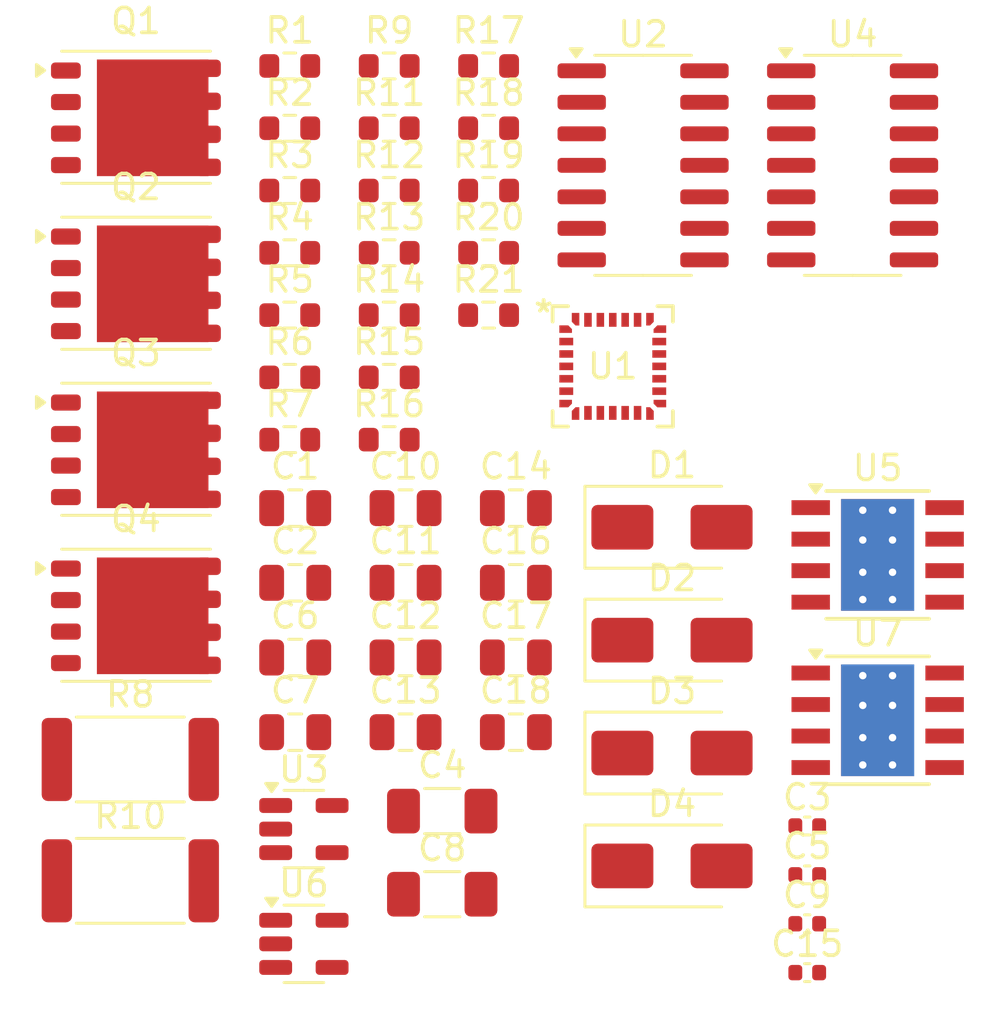
<source format=kicad_pcb>
(kicad_pcb (version 20240108) (generator "pcbnew") (generator_version "8.0")
  (layers (0 "F.Cu" signal) (31 "B.Cu" signal) (34 "B.Paste" user) (35 "F.Paste" user) (36 "B.SilkS" user "B.Silkscreen") (37 "F.SilkS" user "F.Silkscreen") (38 "B.Mask" user) (39 "F.Mask" user) (44 "Edge.Cuts" user))
  (net 0 "")
  (net 1 "GND")
  (net 2 "+3V3")
  (net 3 "+BATT")
  (net 4 "+5V")
  (net 5 "Net-(D1-K)")
  (net 6 "Net-(U5-BOOT)")
  (net 7 "Net-(U7-BOOT)")
  (net 8 "Net-(D2-K)")
  (net 9 "+9V")
  (net 10 "Net-(U1-PF2-NRST)")
  (net 11 "Net-(D3-K)")
  (net 12 "M1+")
  (net 13 "Net-(D4-K)")
  (net 14 "M1-")
  (net 15 "Net-(D1-A)")
  (net 16 "Net-(D2-A)")
  (net 17 "Net-(Q1-G)")
  (net 18 "Net-(Q2-G)")
  (net 19 "GNDA")
  (net 20 "Net-(Q3-G)")
  (net 21 "Net-(Q4-G)")
  (net 22 "Net-(U2-HO)")
  (net 23 "Net-(U2-LO)")
  (net 24 "Net-(U2-DT)")
  (net 27 "Net-(R11-Pad1)")
  (net 28 "Net-(U3--)")
  (net 29 "Net-(U4-HO)")
  (net 30 "Net-(U4-LO)")
  (net 31 "Net-(U4-DT)")
  (net 33 "/+HIN")
  (net 36 "/SWDIO")
  (net 42 "/SWCLK")
  (net 44 "/+LIN")
  (net 48 "/-HIN")
  (net 50 "/USART1_RX")
  (net 51 "/-LIN")
  (net 56 "/USART1_TX")
  (net 57 "Net-(U5-VSENSE)")
  (net 58 "Net-(U7-VSENSE)")
  (footprint "STM32G071:UFQFPN-28" (layer "F.Cu") (at 141.1769 68.9669)
    (property "Reference" "U1" (at 0 0 0) (layer "F.SilkS"))
    (property "Value" "STM32G071GBU6")
    (fp_poly (pts (xy -2.154 -1.6524) (xy -2.154 -1.3476) (xy -1.646 -1.3476) (xy -1.646 -1.5024) (xy -1.796 -1.6524)) (fill solid) (layer "F.Cu"))
    (fp_poly (pts (xy -2.154 1.6524) (xy -2.154 1.3476) (xy -1.646 1.3476) (xy -1.646 1.5024) (xy -1.796 1.6524)) (fill solid) (layer "F.Cu"))
    (fp_poly (pts (xy -1.6524 -2.154) (xy -1.3476 -2.154) (xy -1.3476 -1.646) (xy -1.5024 -1.646) (xy -1.6524 -1.796)) (fill solid) (layer "F.Cu"))
    (fp_poly (pts (xy -1.6524 2.154) (xy -1.3476 2.154) (xy -1.3476 1.646) (xy -1.5024 1.646) (xy -1.6524 1.796)) (fill solid) (layer "F.Cu"))
    (fp_poly (pts (xy 1.6524 -2.154) (xy 1.3476 -2.154) (xy 1.3476 -1.646) (xy 1.5024 -1.646) (xy 1.6524 -1.796)) (fill solid) (layer "F.Cu"))
    (fp_poly (pts (xy 1.6524 2.154) (xy 1.3476 2.154) (xy 1.3476 1.646) (xy 1.5024 1.646) (xy 1.6524 1.796)) (fill solid) (layer "F.Cu"))
    (fp_poly (pts (xy 2.154 -1.6524) (xy 2.154 -1.3476) (xy 1.646 -1.3476) (xy 1.646 -1.5024) (xy 1.796 -1.6524)) (fill solid) (layer "F.Cu"))
    (fp_poly (pts (xy 2.154 1.6524) (xy 2.154 1.3476) (xy 1.646 1.3476) (xy 1.646 1.5024) (xy 1.796 1.6524)) (fill solid) (layer "F.Cu"))
    (fp_line (start -2.4257 -2.4257) (end -2.4257 -1.803015) (stroke (width 0.1524)) (layer "F.SilkS"))
    (fp_line (start -2.4257 1.803015) (end -2.4257 2.4257) (stroke (width 0.1524)) (layer "F.SilkS"))
    (fp_line (start -2.4257 2.4257) (end -1.803015 2.4257) (stroke (width 0.1524)) (layer "F.SilkS"))
    (fp_line (start -1.803015 -2.4257) (end -2.4257 -2.4257) (stroke (width 0.1524)) (layer "F.SilkS"))
    (fp_line (start 1.803015 2.4257) (end 2.4257 2.4257) (stroke (width 0.1524)) (layer "F.SilkS"))
    (fp_line (start 2.4257 -2.4257) (end 1.803015 -2.4257) (stroke (width 0.1524)) (layer "F.SilkS"))
    (fp_line (start 2.4257 -1.803015) (end 2.4257 -2.4257) (stroke (width 0.1524)) (layer "F.SilkS"))
    (fp_line (start 2.4257 2.4257) (end 2.4257 1.803015) (stroke (width 0.1524)) (layer "F.SilkS"))
    (fp_text user "*" (at -2.7894 -2.131 0) (layer "F.SilkS"))
    (fp_text user "*" (at -2.7894 -2.131 0) (layer "F.SilkS"))
    (pad "1" smd rect (at -1.9 -1.5 90) (size 0.127 0.127) (layers "F.Cu" "F.Paste" "F.Mask"))
    (pad "2" smd rect (at -1.875 -1.000001 90) (size 0.3048 0.5588) (layers "F.Cu" "F.Paste" "F.Mask"))
    (pad "3" smd rect (at -1.875 -0.499999 90) (size 0.3048 0.5588) (layers "F.Cu" "F.Paste" "F.Mask") (net 2 "+3V3"))
    (pad "4" smd rect (at -1.875 0 90) (size 0.3048 0.5588) (layers "F.Cu" "F.Paste" "F.Mask") (net 1 "GND"))
    (pad "5" smd rect (at -1.875 0.499999 90) (size 0.3048 0.5588) (layers "F.Cu" "F.Paste" "F.Mask") (net 10 "Net-(U1-PF2-NRST)"))
    (pad "6" smd rect (at -1.875 1.000001 90) (size 0.3048 0.5588) (layers "F.Cu" "F.Paste" "F.Mask"))
    (pad "7" smd rect (at -1.9 1.5 90) (size 0.127 0.127) (layers "F.Cu" "F.Paste" "F.Mask"))
    (pad "8" smd rect (at -1.5 1.9) (size 0.127 0.127) (layers "F.Cu" "F.Paste" "F.Mask"))
    (pad "9" smd rect (at -1.000001 1.875) (size 0.3048 0.5588) (layers "F.Cu" "F.Paste" "F.Mask"))
    (pad "10" smd rect (at -0.499999 1.875) (size 0.3048 0.5588) (layers "F.Cu" "F.Paste" "F.Mask"))
    (pad "11" smd rect (at 0 1.875) (size 0.3048 0.5588) (layers "F.Cu" "F.Paste" "F.Mask"))
    (pad "12" smd rect (at 0.499999 1.875) (size 0.3048 0.5588) (layers "F.Cu" "F.Paste" "F.Mask"))
    (pad "13" smd rect (at 1.000001 1.875) (size 0.3048 0.5588) (layers "F.Cu" "F.Paste" "F.Mask") (net 48 "/-HIN"))
    (pad "14" smd rect (at 1.5 1.9) (size 0.127 0.127) (layers "F.Cu" "F.Paste" "F.Mask") (net 33 "/+HIN"))
    (pad "15" smd rect (at 1.9 1.5 90) (size 0.127 0.127) (layers "F.Cu" "F.Paste" "F.Mask"))
    (pad "16" smd rect (at 1.875 1.000001 90) (size 0.3048 0.5588) (layers "F.Cu" "F.Paste" "F.Mask") (net 51 "/-LIN"))
    (pad "17" smd rect (at 1.875 0.499999 90) (size 0.3048 0.5588) (layers "F.Cu" "F.Paste" "F.Mask"))
    (pad "18" smd rect (at 1.875 0 90) (size 0.3048 0.5588) (layers "F.Cu" "F.Paste" "F.Mask"))
    (pad "19" smd rect (at 1.875 -0.499999 90) (size 0.3048 0.5588) (layers "F.Cu" "F.Paste" "F.Mask"))
    (pad "20" smd rect (at 1.875 -1.000001 90) (size 0.3048 0.5588) (layers "F.Cu" "F.Paste" "F.Mask") (net 36 "/SWDIO"))
    (pad "21" smd rect (at 1.9 -1.5 90) (size 0.127 0.127) (layers "F.Cu" "F.Paste" "F.Mask") (net 42 "/SWCLK"))
    (pad "22" smd rect (at 1.5 -1.9) (size 0.127 0.127) (layers "F.Cu" "F.Paste" "F.Mask"))
    (pad "23" smd rect (at 1.000001 -1.875) (size 0.3048 0.5588) (layers "F.Cu" "F.Paste" "F.Mask") (net 44 "/+LIN"))
    (pad "24" smd rect (at 0.499999 -1.875) (size 0.3048 0.5588) (layers "F.Cu" "F.Paste" "F.Mask"))
    (pad "25" smd rect (at 0 -1.875) (size 0.3048 0.5588) (layers "F.Cu" "F.Paste" "F.Mask"))
    (pad "26" smd rect (at -0.499999 -1.875) (size 0.3048 0.5588) (layers "F.Cu" "F.Paste" "F.Mask") (net 56 "/USART1_TX"))
    (pad "27" smd rect (at -1.000001 -1.875) (size 0.3048 0.5588) (layers "F.Cu" "F.Paste" "F.Mask") (net 50 "/USART1_RX"))
    (pad "28" smd rect (at -1.5 -1.9) (size 0.127 0.127) (layers "F.Cu" "F.Paste" "F.Mask"))
  )
  (footprint "Package_SON:Infineon_PG-TDSON-8_6.15x5.15mm" (layer "F.Cu") (at 121.946827 58.95)
    (property "Reference" "Q1" (at 0 -3.9 0) (layer "F.SilkS"))
    (property "Value" "CSD18540Q5B")
    (fp_line (start 3.005 -2.685) (end -2.995 -2.685) (stroke (width 0.12)) (layer "F.SilkS"))
    (fp_line (start 3.005 2.64) (end -2.995 2.64) (stroke (width 0.12)) (layer "F.SilkS"))
    (fp_poly (pts (xy -3.681827 -1.91) (xy -4.011827 -1.67) (xy -4.011827 -2.15) (xy -3.681827 -1.91)) (stroke (width 0.12)) (fill solid) (layer "F.SilkS"))
    (pad "1" smd roundrect (at -2.825 -1.905) (size 1.2 0.65) (layers "F.Cu" "F.Paste" "F.Mask") (net 12 "M1+"))
    (pad "2" smd roundrect (at -2.825 -0.635) (size 1.2 0.65) (layers "F.Cu" "F.Paste" "F.Mask") (net 12 "M1+"))
    (pad "3" smd roundrect (at -2.825 0.635) (size 1.2 0.65) (layers "F.Cu" "F.Paste" "F.Mask") (net 12 "M1+"))
    (pad "4" smd roundrect (at -2.825 1.905) (size 1.2 0.65) (layers "F.Cu" "F.Paste" "F.Mask") (net 17 "Net-(Q1-G)"))
    (pad "5" smd rect (at 0.675 0) (size 4.5 4.7) (layers "F.Cu" "F.Mask") (net 3 "+BATT"))
    (pad "5" smd roundrect (at 2.925 -1.995) (size 1 0.7) (layers "F.Cu" "F.Paste" "F.Mask") (net 3 "+BATT"))
    (pad "5" smd roundrect (at 2.925 -0.665) (size 1 0.7) (layers "F.Cu" "F.Paste" "F.Mask") (net 3 "+BATT"))
    (pad "5" smd roundrect (at 2.925 0.665) (size 1 0.7) (layers "F.Cu" "F.Paste" "F.Mask") (net 3 "+BATT"))
    (pad "5" smd roundrect (at 2.925 1.995) (size 1 0.7) (layers "F.Cu" "F.Paste" "F.Mask") (net 3 "+BATT"))
  )
  (footprint "Resistor_SMD:R_0603_1608Metric" (layer "F.Cu") (at 136.17 56.86)
    (property "Reference" "R17" (at 0 -1.43 0) (layer "F.SilkS"))
    (property "Value" "10k")
    (fp_line (start -0.237258 -0.5225) (end 0.237258 -0.5225) (stroke (width 0.12)) (layer "F.SilkS"))
    (fp_line (start -0.237258 0.5225) (end 0.237258 0.5225) (stroke (width 0.12)) (layer "F.SilkS"))
    (pad "1" smd roundrect (at -0.825 0) (size 0.8 0.95) (layers "F.Cu" "F.Paste" "F.Mask") (net 9 "+9V"))
    (pad "2" smd roundrect (at 0.825 0) (size 0.8 0.95) (layers "F.Cu" "F.Paste" "F.Mask") (net 57 "Net-(U5-VSENSE)"))
  )
  (footprint "Diode_SMD:D_SMA" (layer "F.Cu") (at 143.565 84.55)
    (property "Reference" "D3" (at 0 -2.5 0) (layer "F.SilkS"))
    (property "Value" "SS34")
    (fp_line (start -3.51 -1.65) (end -3.51 1.65) (stroke (width 0.12)) (layer "F.SilkS"))
    (fp_line (start -3.51 -1.65) (end 2 -1.65) (stroke (width 0.12)) (layer "F.SilkS"))
    (fp_line (start -3.51 1.65) (end 2 1.65) (stroke (width 0.12)) (layer "F.SilkS"))
    (pad "1" smd roundrect (at -2 0) (size 2.5 1.8) (layers "F.Cu" "F.Paste" "F.Mask") (roundrect_rratio 0.1388888889) (net 11 "Net-(D3-K)"))
    (pad "2" smd roundrect (at 2 0) (size 2.5 1.8) (layers "F.Cu" "F.Paste" "F.Mask") (roundrect_rratio 0.1388888889) (net 1 "GND"))
  )
  (footprint "Resistor_SMD:R_0603_1608Metric" (layer "F.Cu") (at 136.17 61.88)
    (property "Reference" "R19" (at 0 -1.43 0) (layer "F.SilkS"))
    (property "Value" "1.5k")
    (fp_line (start -0.237258 -0.5225) (end 0.237258 -0.5225) (stroke (width 0.12)) (layer "F.SilkS"))
    (fp_line (start -0.237258 0.5225) (end 0.237258 0.5225) (stroke (width 0.12)) (layer "F.SilkS"))
    (pad "1" smd roundrect (at -0.825 0) (size 0.8 0.95) (layers "F.Cu" "F.Paste" "F.Mask") (net 57 "Net-(U5-VSENSE)"))
    (pad "2" smd roundrect (at 0.825 0) (size 0.8 0.95) (layers "F.Cu" "F.Paste" "F.Mask") (net 1 "GND"))
  )
  (footprint "Capacitor_SMD:C_0805_2012Metric" (layer "F.Cu") (at 137.27 74.68)
    (property "Reference" "C14" (at 0 -1.68 0) (layer "F.SilkS"))
    (property "Value" "22uf")
    (fp_line (start -0.261252 -0.735) (end 0.261252 -0.735) (stroke (width 0.12)) (layer "F.SilkS"))
    (fp_line (start -0.261252 0.735) (end 0.261252 0.735) (stroke (width 0.12)) (layer "F.SilkS"))
    (pad "1" smd roundrect (at -0.95 0) (size 1 1.45) (layers "F.Cu" "F.Paste" "F.Mask") (net 1 "GND"))
    (pad "2" smd roundrect (at 0.95 0) (size 1 1.45) (layers "F.Cu" "F.Paste" "F.Mask") (net 2 "+3V3"))
  )
  (footprint "Resistor_SMD:R_2512_6332Metric" (layer "F.Cu") (at 121.72 89.7)
    (property "Reference" "R10" (at 0 -2.62 0) (layer "F.SilkS"))
    (property "Value" "2m")
    (fp_line (start -2.177064 -1.71) (end 2.177064 -1.71) (stroke (width 0.12)) (layer "F.SilkS"))
    (fp_line (start -2.177064 1.71) (end 2.177064 1.71) (stroke (width 0.12)) (layer "F.SilkS"))
    (pad "1" smd roundrect (at -2.9625 0) (size 1.225 3.35) (layers "F.Cu" "F.Paste" "F.Mask") (roundrect_rratio 0.204082) (net 19 "GNDA"))
    (pad "2" smd roundrect (at 2.9625 0) (size 1.225 3.35) (layers "F.Cu" "F.Paste" "F.Mask") (roundrect_rratio 0.204082))
  )
  (footprint "Package_SO:TI_SO-PowerPAD-8_ThermalVias" (layer "F.Cu") (at 151.86 83.23)
    (property "Reference" "U7" (at 0 -3.5 0) (layer "F.SilkS"))
    (property "Value" "TPS5430DDA")
    (fp_line (start -2.075 -2.575) (end 2.075 -2.575) (stroke (width 0.15)) (layer "F.SilkS"))
    (fp_line (start -2.075 2.575) (end 2.075 2.575) (stroke (width 0.15)) (layer "F.SilkS"))
    (fp_poly (pts (xy -2.5 -2.5) (xy -2.74 -2.83) (xy -2.26 -2.83) (xy -2.5 -2.5)) (stroke (width 0.12)) (fill solid) (layer "F.SilkS"))
    (pad "1" smd rect (at -2.7 -1.905) (size 1.55 0.6) (layers "F.Cu" "F.Paste" "F.Mask") (net 7 "Net-(U7-BOOT)"))
    (pad "2" smd rect (at -2.7 -0.635) (size 1.55 0.6) (layers "F.Cu" "F.Paste" "F.Mask"))
    (pad "3" smd rect (at -2.7 0.635) (size 1.55 0.6) (layers "F.Cu" "F.Paste" "F.Mask"))
    (pad "4" smd rect (at -2.7 1.905) (size 1.55 0.6) (layers "F.Cu" "F.Paste" "F.Mask") (net 58 "Net-(U7-VSENSE)"))
    (pad "5" smd rect (at 2.7 1.905) (size 1.55 0.6) (layers "F.Cu" "F.Paste" "F.Mask"))
    (pad "6" smd rect (at 2.7 0.635) (size 1.55 0.6) (layers "F.Cu" "F.Paste" "F.Mask") (net 1 "GND"))
    (pad "7" smd rect (at 2.7 -0.635) (size 1.55 0.6) (layers "F.Cu" "F.Paste" "F.Mask") (net 3 "+BATT"))
    (pad "8" smd rect (at 2.7 -1.905) (size 1.55 0.6) (layers "F.Cu" "F.Paste" "F.Mask") (net 13 "Net-(D4-K)"))
    (pad "9" thru_hole circle (at -0.6 -1.8) (size 0.6 0.6) (drill 0.3) (layers "*.Cu") (net 1 "GND"))
    (pad "9" thru_hole circle (at -0.6 -0.6) (size 0.6 0.6) (drill 0.3) (layers "*.Cu") (net 1 "GND"))
    (pad "9" thru_hole circle (at -0.6 0.7) (size 0.6 0.6) (drill 0.3) (layers "*.Cu") (net 1 "GND"))
    (pad "9" thru_hole circle (at -0.6 1.8) (size 0.6 0.6) (drill 0.3) (layers "*.Cu") (net 1 "GND"))
    (pad "9" smd rect (at 0 0) (size 2.6 3.1) (layers "F.Cu" "F.Paste" "F.Mask") (net 1 "GND"))
    (pad "9" smd rect (at 0 0) (size 2.95 4.5) (layers "F.Cu") (net 1 "GND"))
    (pad "9" smd rect (at 0 0) (size 2.95 4.5) (layers "B.Cu") (net 1 "GND"))
    (pad "9" thru_hole circle (at 0.6 -1.8) (size 0.6 0.6) (drill 0.3) (layers "*.Cu") (net 1 "GND"))
    (pad "9" thru_hole circle (at 0.6 -0.6) (size 0.6 0.6) (drill 0.3) (layers "*.Cu") (net 1 "GND"))
    (pad "9" thru_hole circle (at 0.6 0.7) (size 0.6 0.6) (drill 0.3) (layers "*.Cu") (net 1 "GND"))
    (pad "9" thru_hole circle (at 0.6 1.8) (size 0.6 0.6) (drill 0.3) (layers "*.Cu") (net 1 "GND"))
  )
  (footprint "Capacitor_SMD:C_0805_2012Metric" (layer "F.Cu") (at 137.27 77.69)
    (property "Reference" "C16" (at 0 -1.68 0) (layer "F.SilkS"))
    (property "Value" "22uf")
    (fp_line (start -0.261252 -0.735) (end 0.261252 -0.735) (stroke (width 0.12)) (layer "F.SilkS"))
    (fp_line (start -0.261252 0.735) (end 0.261252 0.735) (stroke (width 0.12)) (layer "F.SilkS"))
    (pad "1" smd roundrect (at -0.95 0) (size 1 1.45) (layers "F.Cu" "F.Paste" "F.Mask") (net 1 "GND"))
    (pad "2" smd roundrect (at 0.95 0) (size 1 1.45) (layers "F.Cu" "F.Paste" "F.Mask") (net 4 "+5V"))
  )
  (footprint "Diode_SMD:D_SMA" (layer "F.Cu") (at 143.565 75.45)
    (property "Reference" "D1" (at 0 -2.5 0) (layer "F.SilkS"))
    (property "Value" "SS34")
    (fp_line (start -3.51 -1.65) (end -3.51 1.65) (stroke (width 0.12)) (layer "F.SilkS"))
    (fp_line (start -3.51 -1.65) (end 2 -1.65) (stroke (width 0.12)) (layer "F.SilkS"))
    (fp_line (start -3.51 1.65) (end 2 1.65) (stroke (width 0.12)) (layer "F.SilkS"))
    (pad "1" smd roundrect (at -2 0) (size 2.5 1.8) (layers "F.Cu" "F.Paste" "F.Mask") (roundrect_rratio 0.1388888889) (net 5 "Net-(D1-K)"))
    (pad "2" smd roundrect (at 2 0) (size 2.5 1.8) (layers "F.Cu" "F.Paste" "F.Mask") (roundrect_rratio 0.1388888889) (net 15 "Net-(D1-A)"))
  )
  (footprint "Package_SO:TI_SO-PowerPAD-8_ThermalVias" (layer "F.Cu") (at 151.86 76.565)
    (property "Reference" "U5" (at 0 -3.5 0) (layer "F.SilkS"))
    (property "Value" "TPS5430DDA")
    (fp_line (start -2.075 -2.575) (end 2.075 -2.575) (stroke (width 0.15)) (layer "F.SilkS"))
    (fp_line (start -2.075 2.575) (end 2.075 2.575) (stroke (width 0.15)) (layer "F.SilkS"))
    (fp_poly (pts (xy -2.5 -2.5) (xy -2.74 -2.83) (xy -2.26 -2.83) (xy -2.5 -2.5)) (stroke (width 0.12)) (fill solid) (layer "F.SilkS"))
    (pad "1" smd rect (at -2.7 -1.905) (size 1.55 0.6) (layers "F.Cu" "F.Paste" "F.Mask") (net 6 "Net-(U5-BOOT)"))
    (pad "2" smd rect (at -2.7 -0.635) (size 1.55 0.6) (layers "F.Cu" "F.Paste" "F.Mask"))
    (pad "3" smd rect (at -2.7 0.635) (size 1.55 0.6) (layers "F.Cu" "F.Paste" "F.Mask"))
    (pad "4" smd rect (at -2.7 1.905) (size 1.55 0.6) (layers "F.Cu" "F.Paste" "F.Mask") (net 57 "Net-(U5-VSENSE)"))
    (pad "5" smd rect (at 2.7 1.905) (size 1.55 0.6) (layers "F.Cu" "F.Paste" "F.Mask"))
    (pad "6" smd rect (at 2.7 0.635) (size 1.55 0.6) (layers "F.Cu" "F.Paste" "F.Mask") (net 1 "GND"))
    (pad "7" smd rect (at 2.7 -0.635) (size 1.55 0.6) (layers "F.Cu" "F.Paste" "F.Mask") (net 3 "+BATT"))
    (pad "8" smd rect (at 2.7 -1.905) (size 1.55 0.6) (layers "F.Cu" "F.Paste" "F.Mask") (net 11 "Net-(D3-K)"))
    (pad "9" thru_hole circle (at -0.6 -1.8) (size 0.6 0.6) (drill 0.3) (layers "*.Cu") (net 1 "GND"))
    (pad "9" thru_hole circle (at -0.6 -0.6) (size 0.6 0.6) (drill 0.3) (layers "*.Cu") (net 1 "GND"))
    (pad "9" thru_hole circle (at -0.6 0.7) (size 0.6 0.6) (drill 0.3) (layers "*.Cu") (net 1 "GND"))
    (pad "9" thru_hole circle (at -0.6 1.8) (size 0.6 0.6) (drill 0.3) (layers "*.Cu") (net 1 "GND"))
    (pad "9" smd rect (at 0 0) (size 2.6 3.1) (layers "F.Cu" "F.Paste" "F.Mask") (net 1 "GND"))
    (pad "9" smd rect (at 0 0) (size 2.95 4.5) (layers "F.Cu") (net 1 "GND"))
    (pad "9" smd rect (at 0 0) (size 2.95 4.5) (layers "B.Cu") (net 1 "GND"))
    (pad "9" thru_hole circle (at 0.6 -1.8) (size 0.6 0.6) (drill 0.3) (layers "*.Cu") (net 1 "GND"))
    (pad "9" thru_hole circle (at 0.6 -0.6) (size 0.6 0.6) (drill 0.3) (layers "*.Cu") (net 1 "GND"))
    (pad "9" thru_hole circle (at 0.6 0.7) (size 0.6 0.6) (drill 0.3) (layers "*.Cu") (net 1 "GND"))
    (pad "9" thru_hole circle (at 0.6 1.8) (size 0.6 0.6) (drill 0.3) (layers "*.Cu") (net 1 "GND"))
  )
  (footprint "Resistor_SMD:R_0603_1608Metric" (layer "F.Cu") (at 136.17 59.37)
    (property "Reference" "R18" (at 0 -1.43 0) (layer "F.SilkS"))
    (property "Value" "10k")
    (fp_line (start -0.237258 -0.5225) (end 0.237258 -0.5225) (stroke (width 0.12)) (layer "F.SilkS"))
    (fp_line (start -0.237258 0.5225) (end 0.237258 0.5225) (stroke (width 0.12)) (layer "F.SilkS"))
    (pad "1" smd roundrect (at -0.825 0) (size 0.8 0.95) (layers "F.Cu" "F.Paste" "F.Mask") (net 21 "Net-(Q4-G)"))
    (pad "2" smd roundrect (at 0.825 0) (size 0.8 0.95) (layers "F.Cu" "F.Paste" "F.Mask") (net 19 "GNDA"))
  )
  (footprint "Diode_SMD:D_SMA" (layer "F.Cu") (at 143.565 80)
    (property "Reference" "D2" (at 0 -2.5 0) (layer "F.SilkS"))
    (property "Value" "SS34")
    (fp_line (start -3.51 -1.65) (end -3.51 1.65) (stroke (width 0.12)) (layer "F.SilkS"))
    (fp_line (start -3.51 -1.65) (end 2 -1.65) (stroke (width 0.12)) (layer "F.SilkS"))
    (fp_line (start -3.51 1.65) (end 2 1.65) (stroke (width 0.12)) (layer "F.SilkS"))
    (pad "1" smd roundrect (at -2 0) (size 2.5 1.8) (layers "F.Cu" "F.Paste" "F.Mask") (roundrect_rratio 0.1388888889) (net 8 "Net-(D2-K)"))
    (pad "2" smd roundrect (at 2 0) (size 2.5 1.8) (layers "F.Cu" "F.Paste" "F.Mask") (roundrect_rratio 0.1388888889) (net 16 "Net-(D2-A)"))
  )
  (footprint "Capacitor_SMD:C_1206_3216Metric_Pad1.33x1.80mm_HandSolder" (layer "F.Cu") (at 134.3 86.89)
    (property "Reference" "C4" (at 0 -1.85 0) (layer "F.SilkS"))
    (property "Value" "C")
    (fp_line (start -0.711252 -0.91) (end 0.711252 -0.91) (stroke (width 0.12)) (layer "F.SilkS"))
    (fp_line (start -0.711252 0.91) (end 0.711252 0.91) (stroke (width 0.12)) (layer "F.SilkS"))
    (pad "1" smd roundrect (at -1.5625 0) (size 1.325 1.8) (layers "F.Cu" "F.Paste" "F.Mask") (roundrect_rratio 0.188679) (net 5 "Net-(D1-K)"))
    (pad "2" smd roundrect (at 1.5625 0) (size 1.325 1.8) (layers "F.Cu" "F.Paste" "F.Mask") (roundrect_rratio 0.188679) (net 12 "M1+"))
  )
  (footprint "Package_SO:SOIC-14_3.9x8.7mm_P1.27mm" (layer "F.Cu") (at 142.4 60.865)
    (property "Reference" "U2" (at 0 -5.28 0) (layer "F.SilkS"))
    (property "Value" "~")
    (fp_line (start 0 -4.435) (end -1.95 -4.435) (stroke (width 0.12)) (layer "F.SilkS"))
    (fp_line (start 0 -4.435) (end 1.95 -4.435) (stroke (width 0.12)) (layer "F.SilkS"))
    (fp_line (start 0 4.435) (end -1.95 4.435) (stroke (width 0.12)) (layer "F.SilkS"))
    (fp_line (start 0 4.435) (end 1.95 4.435) (stroke (width 0.12)) (layer "F.SilkS"))
    (fp_poly (pts (xy -2.7 -4.37) (xy -2.94 -4.7) (xy -2.46 -4.7) (xy -2.7 -4.37)) (stroke (width 0.12)) (fill solid) (layer "F.SilkS"))
    (pad "1" smd roundrect (at -2.475 -3.81) (size 1.95 0.6) (layers "F.Cu" "F.Paste" "F.Mask") (net 33 "/+HIN"))
    (pad "2" smd roundrect (at -2.475 -2.54) (size 1.95 0.6) (layers "F.Cu" "F.Paste" "F.Mask") (net 44 "/+LIN"))
    (pad "3" smd roundrect (at -2.475 -1.27) (size 1.95 0.6) (layers "F.Cu" "F.Paste" "F.Mask") (net 1 "GND"))
    (pad "4" smd roundrect (at -2.475 0) (size 1.95 0.6) (layers "F.Cu" "F.Paste" "F.Mask") (net 24 "Net-(U2-DT)"))
    (pad "5" smd roundrect (at -2.475 1.27) (size 1.95 0.6) (layers "F.Cu" "F.Paste" "F.Mask") (net 19 "GNDA"))
    (pad "6" smd roundrect (at -2.475 2.54) (size 1.95 0.6) (layers "F.Cu" "F.Paste" "F.Mask") (net 23 "Net-(U2-LO)"))
    (pad "7" smd roundrect (at -2.475 3.81) (size 1.95 0.6) (layers "F.Cu" "F.Paste" "F.Mask") (net 9 "+9V"))
    (pad "8" smd roundrect (at 2.475 3.81) (size 1.95 0.6) (layers "F.Cu" "F.Paste" "F.Mask"))
    (pad "9" smd roundrect (at 2.475 2.54) (size 1.95 0.6) (layers "F.Cu" "F.Paste" "F.Mask"))
    (pad "10" smd roundrect (at 2.475 1.27) (size 1.95 0.6) (layers "F.Cu" "F.Paste" "F.Mask"))
    (pad "11" smd roundrect (at 2.475 0) (size 1.95 0.6) (layers "F.Cu" "F.Paste" "F.Mask") (net 12 "M1+"))
    (pad "12" smd roundrect (at 2.475 -1.27) (size 1.95 0.6) (layers "F.Cu" "F.Paste" "F.Mask") (net 22 "Net-(U2-HO)"))
    (pad "13" smd roundrect (at 2.475 -2.54) (size 1.95 0.6) (layers "F.Cu" "F.Paste" "F.Mask") (net 5 "Net-(D1-K)"))
    (pad "14" smd roundrect (at 2.475 -3.81) (size 1.95 0.6) (layers "F.Cu" "F.Paste" "F.Mask"))
  )
  (footprint "Package_SON:Infineon_PG-TDSON-8_6.15x5.15mm" (layer "F.Cu") (at 121.946827 65.64)
    (property "Reference" "Q2" (at 0 -3.9 0) (layer "F.SilkS"))
    (property "Value" "CSD18540Q5B")
    (fp_line (start 3.005 -2.685) (end -2.995 -2.685) (stroke (width 0.12)) (layer "F.SilkS"))
    (fp_line (start 3.005 2.64) (end -2.995 2.64) (stroke (width 0.12)) (layer "F.SilkS"))
    (fp_poly (pts (xy -3.681827 -1.91) (xy -4.011827 -1.67) (xy -4.011827 -2.15) (xy -3.681827 -1.91)) (stroke (width 0.12)) (fill solid) (layer "F.SilkS"))
    (pad "1" smd roundrect (at -2.825 -1.905) (size 1.2 0.65) (layers "F.Cu" "F.Paste" "F.Mask") (net 19 "GNDA"))
    (pad "2" smd roundrect (at -2.825 -0.635) (size 1.2 0.65) (layers "F.Cu" "F.Paste" "F.Mask") (net 19 "GNDA"))
    (pad "3" smd roundrect (at -2.825 0.635) (size 1.2 0.65) (layers "F.Cu" "F.Paste" "F.Mask") (net 19 "GNDA"))
    (pad "4" smd roundrect (at -2.825 1.905) (size 1.2 0.65) (layers "F.Cu" "F.Paste" "F.Mask") (net 18 "Net-(Q2-G)"))
    (pad "5" smd rect (at 0.675 0) (size 4.5 4.7) (layers "F.Cu" "F.Mask") (net 12 "M1+"))
    (pad "5" smd roundrect (at 2.925 -1.995) (size 1 0.7) (layers "F.Cu" "F.Paste" "F.Mask") (net 12 "M1+"))
    (pad "5" smd roundrect (at 2.925 -0.665) (size 1 0.7) (layers "F.Cu" "F.Paste" "F.Mask") (net 12 "M1+"))
    (pad "5" smd roundrect (at 2.925 0.665) (size 1 0.7) (layers "F.Cu" "F.Paste" "F.Mask") (net 12 "M1+"))
    (pad "5" smd roundrect (at 2.925 1.995) (size 1 0.7) (layers "F.Cu" "F.Paste" "F.Mask") (net 12 "M1+"))
  )
  (footprint "Resistor_SMD:R_0603_1608Metric" (layer "F.Cu") (at 132.16 71.92)
    (property "Reference" "R16" (at 0 -1.43 0) (layer "F.SilkS"))
    (property "Value" "R")
    (fp_line (start -0.237258 -0.5225) (end 0.237258 -0.5225) (stroke (width 0.12)) (layer "F.SilkS"))
    (fp_line (start -0.237258 0.5225) (end 0.237258 0.5225) (stroke (width 0.12)) (layer "F.SilkS"))
    (pad "1" smd roundrect (at -0.825 0) (size 0.8 0.95) (layers "F.Cu" "F.Paste" "F.Mask") (net 1 "GND"))
    (pad "2" smd roundrect (at 0.825 0) (size 0.8 0.95) (layers "F.Cu" "F.Paste" "F.Mask") (net 31 "Net-(U4-DT)"))
  )
  (footprint "Package_TO_SOT_SMD:SOT-23-5" (layer "F.Cu") (at 128.72 87.615)
    (property "Reference" "U3" (at 0 -2.4 0) (layer "F.SilkS"))
    (property "Value" "OPA333xxDBV")
    (fp_line (start 0 -1.56) (end -0.8 -1.56) (stroke (width 0.12)) (layer "F.SilkS"))
    (fp_line (start 0 -1.56) (end 0.8 -1.56) (stroke (width 0.12)) (layer "F.SilkS"))
    (fp_line (start 0 1.56) (end -0.8 1.56) (stroke (width 0.12)) (layer "F.SilkS"))
    (fp_line (start 0 1.56) (end 0.8 1.56) (stroke (width 0.12)) (layer "F.SilkS"))
    (fp_poly (pts (xy -1.3 -1.51) (xy -1.54 -1.84) (xy -1.06 -1.84) (xy -1.3 -1.51)) (stroke (width 0.12)) (fill solid) (layer "F.SilkS"))
    (pad "1" smd roundrect (at -1.1375 -0.95) (size 1.325 0.6) (layers "F.Cu" "F.Paste" "F.Mask") (net 27 "Net-(R11-Pad1)"))
    (pad "2" smd roundrect (at -1.1375 0) (size 1.325 0.6) (layers "F.Cu" "F.Paste" "F.Mask") (net 1 "GND"))
    (pad "3" smd roundrect (at -1.1375 0.95) (size 1.325 0.6) (layers "F.Cu" "F.Paste" "F.Mask") (net 19 "GNDA"))
    (pad "4" smd roundrect (at 1.1375 0.95) (size 1.325 0.6) (layers "F.Cu" "F.Paste" "F.Mask") (net 28 "Net-(U3--)"))
    (pad "5" smd roundrect (at 1.1375 -0.95) (size 1.325 0.6) (layers "F.Cu" "F.Paste" "F.Mask") (net 2 "+3V3"))
  )
  (footprint "Resistor_SMD:R_0603_1608Metric" (layer "F.Cu") (at 128.15 56.86)
    (property "Reference" "R1" (at 0 -1.43 0) (layer "F.SilkS"))
    (property "Value" "R")
    (fp_line (start -0.237258 -0.5225) (end 0.237258 -0.5225) (stroke (width 0.12)) (layer "F.SilkS"))
    (fp_line (start -0.237258 0.5225) (end 0.237258 0.5225) (stroke (width 0.12)) (layer "F.SilkS"))
    (pad "1" smd roundrect (at -0.825 0) (size 0.8 0.95) (layers "F.Cu" "F.Paste" "F.Mask") (net 9 "+9V"))
    (pad "2" smd roundrect (at 0.825 0) (size 0.8 0.95) (layers "F.Cu" "F.Paste" "F.Mask") (net 15 "Net-(D1-A)"))
  )
  (footprint "Diode_SMD:D_SMA" (layer "F.Cu") (at 143.565 89.1)
    (property "Reference" "D4" (at 0 -2.5 0) (layer "F.SilkS"))
    (property "Value" "SS34")
    (fp_line (start -3.51 -1.65) (end -3.51 1.65) (stroke (width 0.12)) (layer "F.SilkS"))
    (fp_line (start -3.51 -1.65) (end 2 -1.65) (stroke (width 0.12)) (layer "F.SilkS"))
    (fp_line (start -3.51 1.65) (end 2 1.65) (stroke (width 0.12)) (layer "F.SilkS"))
    (pad "1" smd roundrect (at -2 0) (size 2.5 1.8) (layers "F.Cu" "F.Paste" "F.Mask") (roundrect_rratio 0.1388888889) (net 13 "Net-(D4-K)"))
    (pad "2" smd roundrect (at 2 0) (size 2.5 1.8) (layers "F.Cu" "F.Paste" "F.Mask") (roundrect_rratio 0.1388888889) (net 1 "GND"))
  )
  (footprint "Resistor_SMD:R_0603_1608Metric" (layer "F.Cu") (at 132.16 56.86)
    (property "Reference" "R9" (at 0 -1.43 0) (layer "F.SilkS"))
    (property "Value" "R")
    (fp_line (start -0.237258 -0.5225) (end 0.237258 -0.5225) (stroke (width 0.12)) (layer "F.SilkS"))
    (fp_line (start -0.237258 0.5225) (end 0.237258 0.5225) (stroke (width 0.12)) (layer "F.SilkS"))
    (pad "1" smd roundrect (at -0.825 0) (size 0.8 0.95) (layers "F.Cu" "F.Paste" "F.Mask") (net 9 "+9V"))
    (pad "2" smd roundrect (at 0.825 0) (size 0.8 0.95) (layers "F.Cu" "F.Paste" "F.Mask") (net 16 "Net-(D2-A)"))
  )
  (footprint "Resistor_SMD:R_0603_1608Metric" (layer "F.Cu") (at 132.16 64.39)
    (property "Reference" "R13" (at 0 -1.43 0) (layer "F.SilkS"))
    (property "Value" "R")
    (fp_line (start -0.237258 -0.5225) (end 0.237258 -0.5225) (stroke (width 0.12)) (layer "F.SilkS"))
    (fp_line (start -0.237258 0.5225) (end 0.237258 0.5225) (stroke (width 0.12)) (layer "F.SilkS"))
    (pad "1" smd roundrect (at -0.825 0) (size 0.8 0.95) (layers "F.Cu" "F.Paste" "F.Mask") (net 29 "Net-(U4-HO)"))
    (pad "2" smd roundrect (at 0.825 0) (size 0.8 0.95) (layers "F.Cu" "F.Paste" "F.Mask") (net 20 "Net-(Q3-G)"))
  )
  (footprint "Resistor_SMD:R_0603_1608Metric" (layer "F.Cu") (at 136.17 66.9)
    (property "Reference" "R21" (at 0 -1.43 0) (layer "F.SilkS"))
    (property "Value" "3.3k")
    (fp_line (start -0.237258 -0.5225) (end 0.237258 -0.5225) (stroke (width 0.12)) (layer "F.SilkS"))
    (fp_line (start -0.237258 0.5225) (end 0.237258 0.5225) (stroke (width 0.12)) (layer "F.SilkS"))
    (pad "1" smd roundrect (at -0.825 0) (size 0.8 0.95) (layers "F.Cu" "F.Paste" "F.Mask") (net 58 "Net-(U7-VSENSE)"))
    (pad "2" smd roundrect (at 0.825 0) (size 0.8 0.95) (layers "F.Cu" "F.Paste" "F.Mask") (net 1 "GND"))
  )
  (footprint "Capacitor_SMD:C_0805_2012Metric" (layer "F.Cu") (at 128.37 77.69)
    (property "Reference" "C2" (at 0 -1.68 0) (layer "F.SilkS"))
    (property "Value" "22uf")
    (fp_line (start -0.261252 -0.735) (end 0.261252 -0.735) (stroke (width 0.12)) (layer "F.SilkS"))
    (fp_line (start -0.261252 0.735) (end 0.261252 0.735) (stroke (width 0.12)) (layer "F.SilkS"))
    (pad "1" smd roundrect (at -0.95 0) (size 1 1.45) (layers "F.Cu" "F.Paste" "F.Mask") (net 9 "+9V"))
    (pad "2" smd roundrect (at 0.95 0) (size 1 1.45) (layers "F.Cu" "F.Paste" "F.Mask") (net 1 "GND"))
  )
  (footprint "Resistor_SMD:R_0603_1608Metric" (layer "F.Cu") (at 128.15 64.39)
    (property "Reference" "R4" (at 0 -1.43 0) (layer "F.SilkS"))
    (property "Value" "R")
    (fp_line (start -0.237258 -0.5225) (end 0.237258 -0.5225) (stroke (width 0.12)) (layer "F.SilkS"))
    (fp_line (start -0.237258 0.5225) (end 0.237258 0.5225) (stroke (width 0.12)) (layer "F.SilkS"))
    (pad "1" smd roundrect (at -0.825 0) (size 0.8 0.95) (layers "F.Cu" "F.Paste" "F.Mask") (net 23 "Net-(U2-LO)"))
    (pad "2" smd roundrect (at 0.825 0) (size 0.8 0.95) (layers "F.Cu" "F.Paste" "F.Mask") (net 18 "Net-(Q2-G)"))
  )
  (footprint "Package_SO:SOIC-14_3.9x8.7mm_P1.27mm" (layer "F.Cu") (at 150.85 60.865)
    (property "Reference" "U4" (at 0 -5.28 0) (layer "F.SilkS"))
    (property "Value" "~")
    (fp_line (start 0 -4.435) (end -1.95 -4.435) (stroke (width 0.12)) (layer "F.SilkS"))
    (fp_line (start 0 -4.435) (end 1.95 -4.435) (stroke (width 0.12)) (layer "F.SilkS"))
    (fp_line (start 0 4.435) (end -1.95 4.435) (stroke (width 0.12)) (layer "F.SilkS"))
    (fp_line (start 0 4.435) (end 1.95 4.435) (stroke (width 0.12)) (layer "F.SilkS"))
    (fp_poly (pts (xy -2.7 -4.37) (xy -2.94 -4.7) (xy -2.46 -4.7) (xy -2.7 -4.37)) (stroke (width 0.12)) (fill solid) (layer "F.SilkS"))
    (pad "1" smd roundrect (at -2.475 -3.81) (size 1.95 0.6) (layers "F.Cu" "F.Paste" "F.Mask") (net 48 "/-HIN"))
    (pad "2" smd roundrect (at -2.475 -2.54) (size 1.95 0.6) (layers "F.Cu" "F.Paste" "F.Mask") (net 51 "/-LIN"))
    (pad "3" smd roundrect (at -2.475 -1.27) (size 1.95 0.6) (layers "F.Cu" "F.Paste" "F.Mask") (net 1 "GND"))
    (pad "4" smd roundrect (at -2.475 0) (size 1.95 0.6) (layers "F.Cu" "F.Paste" "F.Mask") (net 31 "Net-(U4-DT)"))
    (pad "5" smd roundrect (at -2.475 1.27) (size 1.95 0.6) (layers "F.Cu" "F.Paste" "F.Mask") (net 19 "GNDA"))
    (pad "6" smd roundrect (at -2.475 2.54) (size 1.95 0.6) (layers "F.Cu" "F.Paste" "F.Mask") (net 30 "Net-(U4-LO)"))
    (pad "7" smd roundrect (at -2.475 3.81) (size 1.95 0.6) (layers "F.Cu" "F.Paste" "F.Mask") (net 9 "+9V"))
    (pad "8" smd roundrect (at 2.475 3.81) (size 1.95 0.6) (layers "F.Cu" "F.Paste" "F.Mask"))
    (pad "9" smd roundrect (at 2.475 2.54) (size 1.95 0.6) (layers "F.Cu" "F.Paste" "F.Mask"))
    (pad "10" smd roundrect (at 2.475 1.27) (size 1.95 0.6) (layers "F.Cu" "F.Paste" "F.Mask"))
    (pad "11" smd roundrect (at 2.475 0) (size 1.95 0.6) (layers "F.Cu" "F.Paste" "F.Mask") (net 14 "M1-"))
    (pad "12" smd roundrect (at 2.475 -1.27) (size 1.95 0.6) (layers "F.Cu" "F.Paste" "F.Mask") (net 29 "Net-(U4-HO)"))
    (pad "13" smd roundrect (at 2.475 -2.54) (size 1.95 0.6) (layers "F.Cu" "F.Paste" "F.Mask") (net 8 "Net-(D2-K)"))
    (pad "14" smd roundrect (at 2.475 -3.81) (size 1.95 0.6) (layers "F.Cu" "F.Paste" "F.Mask"))
  )
  (footprint "Resistor_SMD:R_0603_1608Metric" (layer "F.Cu") (at 136.17 64.39)
    (property "Reference" "R20" (at 0 -1.43 0) (layer "F.SilkS"))
    (property "Value" "10k")
    (fp_line (start -0.237258 -0.5225) (end 0.237258 -0.5225) (stroke (width 0.12)) (layer "F.SilkS"))
    (fp_line (start -0.237258 0.5225) (end 0.237258 0.5225) (stroke (width 0.12)) (layer "F.SilkS"))
    (pad "1" smd roundrect (at -0.825 0) (size 0.8 0.95) (layers "F.Cu" "F.Paste" "F.Mask") (net 4 "+5V"))
    (pad "2" smd roundrect (at 0.825 0) (size 0.8 0.95) (layers "F.Cu" "F.Paste" "F.Mask") (net 58 "Net-(U7-VSENSE)"))
  )
  (footprint "Capacitor_SMD:C_0402_1005Metric" (layer "F.Cu") (at 149.02 91.43)
    (property "Reference" "C9" (at 0 -1.16 0) (layer "F.SilkS"))
    (property "Value" "10nf")
    (fp_line (start -0.107836 -0.36) (end 0.107836 -0.36) (stroke (width 0.12)) (layer "F.SilkS"))
    (fp_line (start -0.107836 0.36) (end 0.107836 0.36) (stroke (width 0.12)) (layer "F.SilkS"))
    (pad "1" smd roundrect (at -0.48 0) (size 0.56 0.62) (layers "F.Cu" "F.Paste" "F.Mask") (net 6 "Net-(U5-BOOT)"))
    (pad "2" smd roundrect (at 0.48 0) (size 0.56 0.62) (layers "F.Cu" "F.Paste" "F.Mask") (net 11 "Net-(D3-K)"))
  )
  (footprint "Capacitor_SMD:C_0402_1005Metric" (layer "F.Cu") (at 149.02 89.46)
    (property "Reference" "C5" (at 0 -1.16 0) (layer "F.SilkS"))
    (property "Value" "10nf")
    (fp_line (start -0.107836 -0.36) (end 0.107836 -0.36) (stroke (width 0.12)) (layer "F.SilkS"))
    (fp_line (start -0.107836 0.36) (end 0.107836 0.36) (stroke (width 0.12)) (layer "F.SilkS"))
    (pad "1" smd roundrect (at -0.48 0) (size 0.56 0.62) (layers "F.Cu" "F.Paste" "F.Mask") (net 1 "GND"))
    (pad "2" smd roundrect (at 0.48 0) (size 0.56 0.62) (layers "F.Cu" "F.Paste" "F.Mask") (net 10 "Net-(U1-PF2-NRST)"))
  )
  (footprint "Resistor_SMD:R_0603_1608Metric" (layer "F.Cu") (at 128.15 71.92)
    (property "Reference" "R7" (at 0 -1.43 0) (layer "F.SilkS"))
    (property "Value" "10k")
    (fp_line (start -0.237258 -0.5225) (end 0.237258 -0.5225) (stroke (width 0.12)) (layer "F.SilkS"))
    (fp_line (start -0.237258 0.5225) (end 0.237258 0.5225) (stroke (width 0.12)) (layer "F.SilkS"))
    (pad "1" smd roundrect (at -0.825 0) (size 0.8 0.95) (layers "F.Cu" "F.Paste" "F.Mask") (net 18 "Net-(Q2-G)"))
    (pad "2" smd roundrect (at 0.825 0) (size 0.8 0.95) (layers "F.Cu" "F.Paste" "F.Mask") (net 19 "GNDA"))
  )
  (footprint "Resistor_SMD:R_0603_1608Metric" (layer "F.Cu") (at 128.15 69.41)
    (property "Reference" "R6" (at 0 -1.43 0) (layer "F.SilkS"))
    (property "Value" "R")
    (fp_line (start -0.237258 -0.5225) (end 0.237258 -0.5225) (stroke (width 0.12)) (layer "F.SilkS"))
    (fp_line (start -0.237258 0.5225) (end 0.237258 0.5225) (stroke (width 0.12)) (layer "F.SilkS"))
    (pad "1" smd roundrect (at -0.825 0) (size 0.8 0.95) (layers "F.Cu" "F.Paste" "F.Mask") (net 1 "GND"))
    (pad "2" smd roundrect (at 0.825 0) (size 0.8 0.95) (layers "F.Cu" "F.Paste" "F.Mask") (net 24 "Net-(U2-DT)"))
  )
  (footprint "Package_SON:Infineon_PG-TDSON-8_6.15x5.15mm" (layer "F.Cu") (at 121.946827 79.02)
    (property "Reference" "Q4" (at 0 -3.9 0) (layer "F.SilkS"))
    (property "Value" "CSD18540Q5B")
    (fp_line (start 3.005 -2.685) (end -2.995 -2.685) (stroke (width 0.12)) (layer "F.SilkS"))
    (fp_line (start 3.005 2.64) (end -2.995 2.64) (stroke (width 0.12)) (layer "F.SilkS"))
    (fp_poly (pts (xy -3.681827 -1.91) (xy -4.011827 -1.67) (xy -4.011827 -2.15) (xy -3.681827 -1.91)) (stroke (width 0.12)) (fill solid) (layer "F.SilkS"))
    (pad "1" smd roundrect (at -2.825 -1.905) (size 1.2 0.65) (layers "F.Cu" "F.Paste" "F.Mask") (net 19 "GNDA"))
    (pad "2" smd roundrect (at -2.825 -0.635) (size 1.2 0.65) (layers "F.Cu" "F.Paste" "F.Mask") (net 19 "GNDA"))
    (pad "3" smd roundrect (at -2.825 0.635) (size 1.2 0.65) (layers "F.Cu" "F.Paste" "F.Mask") (net 19 "GNDA"))
    (pad "4" smd roundrect (at -2.825 1.905) (size 1.2 0.65) (layers "F.Cu" "F.Paste" "F.Mask") (net 21 "Net-(Q4-G)"))
    (pad "5" smd rect (at 0.675 0) (size 4.5 4.7) (layers "F.Cu" "F.Mask") (net 14 "M1-"))
    (pad "5" smd roundrect (at 2.925 -1.995) (size 1 0.7) (layers "F.Cu" "F.Paste" "F.Mask") (net 14 "M1-"))
    (pad "5" smd roundrect (at 2.925 -0.665) (size 1 0.7) (layers "F.Cu" "F.Paste" "F.Mask") (net 14 "M1-"))
    (pad "5" smd roundrect (at 2.925 0.665) (size 1 0.7) (layers "F.Cu" "F.Paste" "F.Mask") (net 14 "M1-"))
    (pad "5" smd roundrect (at 2.925 1.995) (size 1 0.7) (layers "F.Cu" "F.Paste" "F.Mask") (net 14 "M1-"))
  )
  (footprint "Capacitor_SMD:C_0805_2012Metric" (layer "F.Cu") (at 137.27 83.71)
    (property "Reference" "C18" (at 0 -1.68 0) (layer "F.SilkS"))
    (property "Value" "22uf")
    (fp_line (start -0.261252 -0.735) (end 0.261252 -0.735) (stroke (width 0.12)) (layer "F.SilkS"))
    (fp_line (start -0.261252 0.735) (end 0.261252 0.735) (stroke (width 0.12)) (layer "F.SilkS"))
    (pad "1" smd roundrect (at -0.95 0) (size 1 1.45) (layers "F.Cu" "F.Paste" "F.Mask") (net 1 "GND"))
    (pad "2" smd roundrect (at 0.95 0) (size 1 1.45) (layers "F.Cu" "F.Paste" "F.Mask") (net 3 "+BATT"))
  )
  (footprint "Capacitor_SMD:C_0805_2012Metric" (layer "F.Cu") (at 132.82 83.71)
    (property "Reference" "C13" (at 0 -1.68 0) (layer "F.SilkS"))
    (property "Value" "22uf")
    (fp_line (start -0.261252 -0.735) (end 0.261252 -0.735) (stroke (width 0.12)) (layer "F.SilkS"))
    (fp_line (start -0.261252 0.735) (end 0.261252 0.735) (stroke (width 0.12)) (layer "F.SilkS"))
    (pad "1" smd roundrect (at -0.95 0) (size 1 1.45) (layers "F.Cu" "F.Paste" "F.Mask") (net 1 "GND"))
    (pad "2" smd roundrect (at 0.95 0) (size 1 1.45) (layers "F.Cu" "F.Paste" "F.Mask") (net 4 "+5V"))
  )
  (footprint "Package_TO_SOT_SMD:SOT-23-5" (layer "F.Cu") (at 128.72 92.24)
    (property "Reference" "U6" (at 0 -2.4 0) (layer "F.SilkS"))
    (property "Value" "AP2112K-3.3")
    (fp_line (start 0 -1.56) (end -0.8 -1.56) (stroke (width 0.12)) (layer "F.SilkS"))
    (fp_line (start 0 -1.56) (end 0.8 -1.56) (stroke (width 0.12)) (layer "F.SilkS"))
    (fp_line (start 0 1.56) (end -0.8 1.56) (stroke (width 0.12)) (layer "F.SilkS"))
    (fp_line (start 0 1.56) (end 0.8 1.56) (stroke (width 0.12)) (layer "F.SilkS"))
    (fp_poly (pts (xy -1.3 -1.51) (xy -1.54 -1.84) (xy -1.06 -1.84) (xy -1.3 -1.51)) (stroke (width 0.12)) (fill solid) (layer "F.SilkS"))
    (pad "1" smd roundrect (at -1.1375 -0.95) (size 1.325 0.6) (layers "F.Cu" "F.Paste" "F.Mask") (net 4 "+5V"))
    (pad "2" smd roundrect (at -1.1375 0) (size 1.325 0.6) (layers "F.Cu" "F.Paste" "F.Mask") (net 1 "GND"))
    (pad "3" smd roundrect (at -1.1375 0.95) (size 1.325 0.6) (layers "F.Cu" "F.Paste" "F.Mask") (net 4 "+5V"))
    (pad "4" smd roundrect (at 1.1375 0.95) (size 1.325 0.6) (layers "F.Cu" "F.Paste" "F.Mask"))
    (pad "5" smd roundrect (at 1.1375 -0.95) (size 1.325 0.6) (layers "F.Cu" "F.Paste" "F.Mask") (net 2 "+3V3"))
  )
  (footprint "Resistor_SMD:R_0603_1608Metric" (layer "F.Cu") (at 128.15 59.37)
    (property "Reference" "R2" (at 0 -1.43 0) (layer "F.SilkS"))
    (property "Value" "R")
    (fp_line (start -0.237258 -0.5225) (end 0.237258 -0.5225) (stroke (width 0.12)) (layer "F.SilkS"))
    (fp_line (start -0.237258 0.5225) (end 0.237258 0.5225) (stroke (width 0.12)) (layer "F.SilkS"))
    (pad "1" smd roundrect (at -0.825 0) (size 0.8 0.95) (layers "F.Cu" "F.Paste" "F.Mask") (net 22 "Net-(U2-HO)"))
    (pad "2" smd roundrect (at 0.825 0) (size 0.8 0.95) (layers "F.Cu" "F.Paste" "F.Mask") (net 17 "Net-(Q1-G)"))
  )
  (footprint "Capacitor_SMD:C_0805_2012Metric" (layer "F.Cu") (at 132.82 77.69)
    (property "Reference" "C11" (at 0 -1.68 0) (layer "F.SilkS"))
    (property "Value" "22uf")
    (fp_line (start -0.261252 -0.735) (end 0.261252 -0.735) (stroke (width 0.12)) (layer "F.SilkS"))
    (fp_line (start -0.261252 0.735) (end 0.261252 0.735) (stroke (width 0.12)) (layer "F.SilkS"))
    (pad "1" smd roundrect (at -0.95 0) (size 1 1.45) (layers "F.Cu" "F.Paste" "F.Mask") (net 1 "GND"))
    (pad "2" smd roundrect (at 0.95 0) (size 1 1.45) (layers "F.Cu" "F.Paste" "F.Mask") (net 9 "+9V"))
  )
  (footprint "Capacitor_SMD:C_0805_2012Metric" (layer "F.Cu") (at 132.82 74.68)
    (property "Reference" "C10" (at 0 -1.68 0) (layer "F.SilkS"))
    (property "Value" "22uf")
    (fp_line (start -0.261252 -0.735) (end 0.261252 -0.735) (stroke (width 0.12)) (layer "F.SilkS"))
    (fp_line (start -0.261252 0.735) (end 0.261252 0.735) (stroke (width 0.12)) (layer "F.SilkS"))
    (pad "1" smd roundrect (at -0.95 0) (size 1 1.45) (layers "F.Cu" "F.Paste" "F.Mask") (net 1 "GND"))
    (pad "2" smd roundrect (at 0.95 0) (size 1 1.45) (layers "F.Cu" "F.Paste" "F.Mask") (net 9 "+9V"))
  )
  (footprint "Resistor_SMD:R_0603_1608Metric" (layer "F.Cu") (at 132.16 66.9)
    (property "Reference" "R14" (at 0 -1.43 0) (layer "F.SilkS"))
    (property "Value" "10k")
    (fp_line (start -0.237258 -0.5225) (end 0.237258 -0.5225) (stroke (width 0.12)) (layer "F.SilkS"))
    (fp_line (start -0.237258 0.5225) (end 0.237258 0.5225) (stroke (width 0.12)) (layer "F.SilkS"))
    (pad "1" smd roundrect (at -0.825 0) (size 0.8 0.95) (layers "F.Cu" "F.Paste" "F.Mask") (net 20 "Net-(Q3-G)"))
    (pad "2" smd roundrect (at 0.825 0) (size 0.8 0.95) (layers "F.Cu" "F.Paste" "F.Mask") (net 14 "M1-"))
  )
  (footprint "Capacitor_SMD:C_0402_1005Metric" (layer "F.Cu") (at 149.02 87.49)
    (property "Reference" "C3" (at 0 -1.16 0) (layer "F.SilkS"))
    (property "Value" "10uf")
    (fp_line (start -0.107836 -0.36) (end 0.107836 -0.36) (stroke (width 0.12)) (layer "F.SilkS"))
    (fp_line (start -0.107836 0.36) (end 0.107836 0.36) (stroke (width 0.12)) (layer "F.SilkS"))
    (pad "1" smd roundrect (at -0.48 0) (size 0.56 0.62) (layers "F.Cu" "F.Paste" "F.Mask") (net 2 "+3V3"))
    (pad "2" smd roundrect (at 0.48 0) (size 0.56 0.62) (layers "F.Cu" "F.Paste" "F.Mask") (net 1 "GND"))
  )
  (footprint "Resistor_SMD:R_0603_1608Metric" (layer "F.Cu") (at 128.15 61.88)
    (property "Reference" "R3" (at 0 -1.43 0) (layer "F.SilkS"))
    (property "Value" "10k")
    (fp_line (start -0.237258 -0.5225) (end 0.237258 -0.5225) (stroke (width 0.12)) (layer "F.SilkS"))
    (fp_line (start -0.237258 0.5225) (end 0.237258 0.5225) (stroke (width 0.12)) (layer "F.SilkS"))
    (pad "1" smd roundrect (at -0.825 0) (size 0.8 0.95) (layers "F.Cu" "F.Paste" "F.Mask") (net 17 "Net-(Q1-G)"))
    (pad "2" smd roundrect (at 0.825 0) (size 0.8 0.95) (layers "F.Cu" "F.Paste" "F.Mask") (net 12 "M1+"))
  )
  (footprint "Capacitor_SMD:C_0805_2012Metric" (layer "F.Cu") (at 128.37 80.7)
    (property "Reference" "C6" (at 0 -1.68 0) (layer "F.SilkS"))
    (property "Value" "22uf")
    (fp_line (start -0.261252 -0.735) (end 0.261252 -0.735) (stroke (width 0.12)) (layer "F.SilkS"))
    (fp_line (start -0.261252 0.735) (end 0.261252 0.735) (stroke (width 0.12)) (layer "F.SilkS"))
    (pad "1" smd roundrect (at -0.95 0) (size 1 1.45) (layers "F.Cu" "F.Paste" "F.Mask") (net 9 "+9V"))
    (pad "2" smd roundrect (at 0.95 0) (size 1 1.45) (layers "F.Cu" "F.Paste" "F.Mask") (net 1 "GND"))
  )
  (footprint "Capacitor_SMD:C_0402_1005Metric" (layer "F.Cu") (at 149.02 93.4)
    (property "Reference" "C15" (at 0 -1.16 0) (layer "F.SilkS"))
    (property "Value" "10nf")
    (fp_line (start -0.107836 -0.36) (end 0.107836 -0.36) (stroke (width 0.12)) (layer "F.SilkS"))
    (fp_line (start -0.107836 0.36) (end 0.107836 0.36) (stroke (width 0.12)) (layer "F.SilkS"))
    (pad "1" smd roundrect (at -0.48 0) (size 0.56 0.62) (layers "F.Cu" "F.Paste" "F.Mask") (net 7 "Net-(U7-BOOT)"))
    (pad "2" smd roundrect (at 0.48 0) (size 0.56 0.62) (layers "F.Cu" "F.Paste" "F.Mask") (net 13 "Net-(D4-K)"))
  )
  (footprint "Resistor_SMD:R_0603_1608Metric" (layer "F.Cu") (at 132.16 59.37)
    (property "Reference" "R11" (at 0 -1.43 0) (layer "F.SilkS"))
    (property "Value" "R")
    (fp_line (start -0.237258 -0.5225) (end 0.237258 -0.5225) (stroke (width 0.12)) (layer "F.SilkS"))
    (fp_line (start -0.237258 0.5225) (end 0.237258 0.5225) (stroke (width 0.12)) (layer "F.SilkS"))
    (pad "1" smd roundrect (at -0.825 0) (size 0.8 0.95) (layers "F.Cu" "F.Paste" "F.Mask") (net 27 "Net-(R11-Pad1)"))
    (pad "2" smd roundrect (at 0.825 0) (size 0.8 0.95) (layers "F.Cu" "F.Paste" "F.Mask") (net 28 "Net-(U3--)"))
  )
  (footprint "Capacitor_SMD:C_1206_3216Metric_Pad1.33x1.80mm_HandSolder" (layer "F.Cu") (at 134.3 90.24)
    (property "Reference" "C8" (at 0 -1.85 0) (layer "F.SilkS"))
    (property "Value" "C")
    (fp_line (start -0.711252 -0.91) (end 0.711252 -0.91) (stroke (width 0.12)) (layer "F.SilkS"))
    (fp_line (start -0.711252 0.91) (end 0.711252 0.91) (stroke (width 0.12)) (layer "F.SilkS"))
    (pad "1" smd roundrect (at -1.5625 0) (size 1.325 1.8) (layers "F.Cu" "F.Paste" "F.Mask") (roundrect_rratio 0.188679) (net 8 "Net-(D2-K)"))
    (pad "2" smd roundrect (at 1.5625 0) (size 1.325 1.8) (layers "F.Cu" "F.Paste" "F.Mask") (roundrect_rratio 0.188679) (net 14 "M1-"))
  )
  (footprint "Capacitor_SMD:C_0805_2012Metric" (layer "F.Cu") (at 137.27 80.7)
    (property "Reference" "C17" (at 0 -1.68 0) (layer "F.SilkS"))
    (property "Value" "22uf")
    (fp_line (start -0.261252 -0.735) (end 0.261252 -0.735) (stroke (width 0.12)) (layer "F.SilkS"))
    (fp_line (start -0.261252 0.735) (end 0.261252 0.735) (stroke (width 0.12)) (layer "F.SilkS"))
    (pad "1" smd roundrect (at -0.95 0) (size 1 1.45) (layers "F.Cu" "F.Paste" "F.Mask") (net 1 "GND"))
    (pad "2" smd roundrect (at 0.95 0) (size 1 1.45) (layers "F.Cu" "F.Paste" "F.Mask") (net 4 "+5V"))
  )
  (footprint "Capacitor_SMD:C_0805_2012Metric" (layer "F.Cu") (at 132.82 80.7)
    (property "Reference" "C12" (at 0 -1.68 0) (layer "F.SilkS"))
    (property "Value" "22uf")
    (fp_line (start -0.261252 -0.735) (end 0.261252 -0.735) (stroke (width 0.12)) (layer "F.SilkS"))
    (fp_line (start -0.261252 0.735) (end 0.261252 0.735) (stroke (width 0.12)) (layer "F.SilkS"))
    (pad "1" smd roundrect (at -0.95 0) (size 1 1.45) (layers "F.Cu" "F.Paste" "F.Mask") (net 1 "GND"))
    (pad "2" smd roundrect (at 0.95 0) (size 1 1.45) (layers "F.Cu" "F.Paste" "F.Mask") (net 3 "+BATT"))
  )
  (footprint "Resistor_SMD:R_2512_6332Metric" (layer "F.Cu") (at 121.72 84.81)
    (property "Reference" "R8" (at 0 -2.62 0) (layer "F.SilkS"))
    (property "Value" "2m")
    (fp_line (start -2.177064 -1.71) (end 2.177064 -1.71) (stroke (width 0.12)) (layer "F.SilkS"))
    (fp_line (start -2.177064 1.71) (end 2.177064 1.71) (stroke (width 0.12)) (layer "F.SilkS"))
    (pad "1" smd roundrect (at -2.9625 0) (size 1.225 3.35) (layers "F.Cu" "F.Paste" "F.Mask") (roundrect_rratio 0.204082) (net 19 "GNDA"))
    (pad "2" smd roundrect (at 2.9625 0) (size 1.225 3.35) (layers "F.Cu" "F.Paste" "F.Mask") (roundrect_rratio 0.204082))
  )
  (footprint "Resistor_SMD:R_0603_1608Metric" (layer "F.Cu") (at 128.15 66.9)
    (property "Reference" "R5" (at 0 -1.43 0) (layer "F.SilkS"))
    (property "Value" "10k")
    (fp_line (start -0.237258 -0.5225) (end 0.237258 -0.5225) (stroke (width 0.12)) (layer "F.SilkS"))
    (fp_line (start -0.237258 0.5225) (end 0.237258 0.5225) (stroke (width 0.12)) (layer "F.SilkS"))
    (pad "1" smd roundrect (at -0.825 0) (size 0.8 0.95) (layers "F.Cu" "F.Paste" "F.Mask") (net 2 "+3V3"))
    (pad "2" smd roundrect (at 0.825 0) (size 0.8 0.95) (layers "F.Cu" "F.Paste" "F.Mask") (net 10 "Net-(U1-PF2-NRST)"))
  )
  (footprint "Resistor_SMD:R_0603_1608Metric" (layer "F.Cu") (at 132.16 61.88)
    (property "Reference" "R12" (at 0 -1.43 0) (layer "F.SilkS"))
    (property "Value" "R")
    (fp_line (start -0.237258 -0.5225) (end 0.237258 -0.5225) (stroke (width 0.12)) (layer "F.SilkS"))
    (fp_line (start -0.237258 0.5225) (end 0.237258 0.5225) (stroke (width 0.12)) (layer "F.SilkS"))
    (pad "1" smd roundrect (at -0.825 0) (size 0.8 0.95) (layers "F.Cu" "F.Paste" "F.Mask") (net 1 "GND"))
    (pad "2" smd roundrect (at 0.825 0) (size 0.8 0.95) (layers "F.Cu" "F.Paste" "F.Mask") (net 28 "Net-(U3--)"))
  )
  (footprint "Capacitor_SMD:C_0805_2012Metric" (layer "F.Cu") (at 128.37 83.71)
    (property "Reference" "C7" (at 0 -1.68 0) (layer "F.SilkS"))
    (property "Value" "22uf")
    (fp_line (start -0.261252 -0.735) (end 0.261252 -0.735) (stroke (width 0.12)) (layer "F.SilkS"))
    (fp_line (start -0.261252 0.735) (end 0.261252 0.735) (stroke (width 0.12)) (layer "F.SilkS"))
    (pad "1" smd roundrect (at -0.95 0) (size 1 1.45) (layers "F.Cu" "F.Paste" "F.Mask") (net 9 "+9V"))
    (pad "2" smd roundrect (at 0.95 0) (size 1 1.45) (layers "F.Cu" "F.Paste" "F.Mask") (net 1 "GND"))
  )
  (footprint "Capacitor_SMD:C_0805_2012Metric" (layer "F.Cu") (at 128.37 74.68)
    (property "Reference" "C1" (at 0 -1.68 0) (layer "F.SilkS"))
    (property "Value" "22uf")
    (fp_line (start -0.261252 -0.735) (end 0.261252 -0.735) (stroke (width 0.12)) (layer "F.SilkS"))
    (fp_line (start -0.261252 0.735) (end 0.261252 0.735) (stroke (width 0.12)) (layer "F.SilkS"))
    (pad "1" smd roundrect (at -0.95 0) (size 1 1.45) (layers "F.Cu" "F.Paste" "F.Mask") (net 9 "+9V"))
    (pad "2" smd roundrect (at 0.95 0) (size 1 1.45) (layers "F.Cu" "F.Paste" "F.Mask") (net 1 "GND"))
  )
  (footprint "Resistor_SMD:R_0603_1608Metric" (layer "F.Cu") (at 132.16 69.41)
    (property "Reference" "R15" (at 0 -1.43 0) (layer "F.SilkS"))
    (property "Value" "R")
    (fp_line (start -0.237258 -0.5225) (end 0.237258 -0.5225) (stroke (width 0.12)) (layer "F.SilkS"))
    (fp_line (start -0.237258 0.5225) (end 0.237258 0.5225) (stroke (width 0.12)) (layer "F.SilkS"))
    (pad "1" smd roundrect (at -0.825 0) (size 0.8 0.95) (layers "F.Cu" "F.Paste" "F.Mask") (net 30 "Net-(U4-LO)"))
    (pad "2" smd roundrect (at 0.825 0) (size 0.8 0.95) (layers "F.Cu" "F.Paste" "F.Mask") (net 21 "Net-(Q4-G)"))
  )
  (footprint "Package_SON:Infineon_PG-TDSON-8_6.15x5.15mm" (layer "F.Cu") (at 121.946827 72.33)
    (property "Reference" "Q3" (at 0 -3.9 0) (layer "F.SilkS"))
    (property "Value" "CSD18540Q5B")
    (fp_line (start 3.005 -2.685) (end -2.995 -2.685) (stroke (width 0.12)) (layer "F.SilkS"))
    (fp_line (start 3.005 2.64) (end -2.995 2.64) (stroke (width 0.12)) (layer "F.SilkS"))
    (fp_poly (pts (xy -3.681827 -1.91) (xy -4.011827 -1.67) (xy -4.011827 -2.15) (xy -3.681827 -1.91)) (stroke (width 0.12)) (fill solid) (layer "F.SilkS"))
    (pad "1" smd roundrect (at -2.825 -1.905) (size 1.2 0.65) (layers "F.Cu" "F.Paste" "F.Mask") (net 14 "M1-"))
    (pad "2" smd roundrect (at -2.825 -0.635) (size 1.2 0.65) (layers "F.Cu" "F.Paste" "F.Mask") (net 14 "M1-"))
    (pad "3" smd roundrect (at -2.825 0.635) (size 1.2 0.65) (layers "F.Cu" "F.Paste" "F.Mask") (net 14 "M1-"))
    (pad "4" smd roundrect (at -2.825 1.905) (size 1.2 0.65) (layers "F.Cu" "F.Paste" "F.Mask") (net 20 "Net-(Q3-G)"))
    (pad "5" smd rect (at 0.675 0) (size 4.5 4.7) (layers "F.Cu" "F.Mask") (net 3 "+BATT"))
    (pad "5" smd roundrect (at 2.925 -1.995) (size 1 0.7) (layers "F.Cu" "F.Paste" "F.Mask") (net 3 "+BATT"))
    (pad "5" smd roundrect (at 2.925 -0.665) (size 1 0.7) (layers "F.Cu" "F.Paste" "F.Mask") (net 3 "+BATT"))
    (pad "5" smd roundrect (at 2.925 0.665) (size 1 0.7) (layers "F.Cu" "F.Paste" "F.Mask") (net 3 "+BATT"))
    (pad "5" smd roundrect (at 2.925 1.995) (size 1 0.7) (layers "F.Cu" "F.Paste" "F.Mask") (net 3 "+BATT"))
  )
)
</source>
